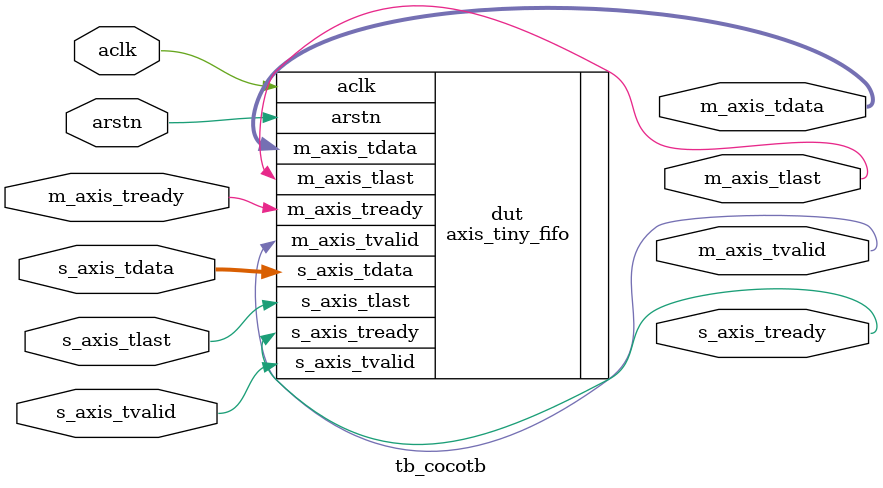
<source format=v>

`timescale 1ns/100ps

/*
 * Module: tb_cocotb
 *
 * Test bench for axis_tiny_fifo. This will run a file through the system
 * and write its output. These can then be compared to check for errors.
 * If the files are identical, no errors. A FST file will be written.
 *
 * Parameters:
 *
 *   FIFO_DEPTH    - Number of transactions to buffer.
 *   BUS_WIDTH     - Number of bytes for tdata width.
 *
 * Ports:
 *
 *   aclk           - Clock for AXIS
 *   arstn          - Negative reset for AXIS
 *   m_axis_tdata   - Output data
 *   m_axis_tvalid  - When active high the output data is valid
 *   m_axis_tlast   - Indicates last word in stream.
 *   m_axis_tready  - When set active high the output device is ready for data.
 *   s_axis_tdata   - Input data
 *   s_axis_tvalid  - When set active high the input data is valid
 *   s_axis_tlast   - Is this the last word in the stream (active high).
 *   s_axis_tready  - When active high the device is ready for input data.
 */
module tb_cocotb #(
    parameter FIFO_DEPTH = 4,
    parameter BUS_WIDTH  = 8
  )
  (
    input                       aclk,
    input                       arstn,
    output [(BUS_WIDTH*8)-1:0]  m_axis_tdata,
    output                      m_axis_tvalid,
    output                      m_axis_tlast,
    input                       m_axis_tready,
    input  [(BUS_WIDTH*8)-1:0]  s_axis_tdata,
    input                       s_axis_tvalid,
    input                       s_axis_tlast,
    output                      s_axis_tready
  );
  // fst dump command
  initial begin
    $dumpfile ("tb_cocotb.fst");
    $dumpvars (0, tb_cocotb);
    #1;
  end
  
  //Group: Instantiated Modules

  /*
   * Module: dut
   *
   * Device under test, axis_tiny_fifo
   */
  axis_tiny_fifo #(
    .FIFO_DEPTH(FIFO_DEPTH),
    .BUS_WIDTH(BUS_WIDTH)
  ) dut (
    .aclk(aclk),
    .arstn(arstn),
    .s_axis_tvalid(s_axis_tvalid),
    .s_axis_tready(s_axis_tready),
    .s_axis_tdata(s_axis_tdata),
    .s_axis_tlast(s_axis_tlast),
    .m_axis_tvalid(m_axis_tvalid),
    .m_axis_tready(m_axis_tready),
    .m_axis_tlast(m_axis_tlast),
    .m_axis_tdata(m_axis_tdata)
  );
  
endmodule


</source>
